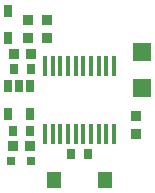
<source format=gtp>
%TF.GenerationSoftware,KiCad,Pcbnew,9.0.0*%
%TF.CreationDate,2025-03-31T12:13:49+01:00*%
%TF.ProjectId,vm_light_sensor_0.2,766d5f6c-6967-4687-945f-73656e736f72,v0.2*%
%TF.SameCoordinates,PX510ff40PY47868c0*%
%TF.FileFunction,Paste,Top*%
%TF.FilePolarity,Positive*%
%FSLAX45Y45*%
G04 Gerber Fmt 4.5, Leading zero omitted, Abs format (unit mm)*
G04 Created by KiCad (PCBNEW 9.0.0) date 2025-03-31 12:13:49*
%MOMM*%
%LPD*%
G01*
G04 APERTURE LIST*
%ADD10R,0.860000X0.810000*%
%ADD11R,0.700000X1.000000*%
%ADD12R,0.800000X0.800000*%
%ADD13R,0.800000X0.900000*%
%ADD14O,0.360000X1.740000*%
%ADD15R,1.230000X1.360000*%
%ADD16R,1.620000X1.490000*%
%ADD17R,0.810000X0.860000*%
%ADD18R,0.750000X1.000000*%
G04 APERTURE END LIST*
D10*
%TO.C,R7*%
X-270000Y525000D03*
X-270000Y675000D03*
%TD*%
D11*
%TO.C,U2*%
X-415000Y120000D03*
X-510000Y120000D03*
X-605000Y120000D03*
X-605000Y-120000D03*
X-415000Y-120000D03*
%TD*%
D12*
%TO.C,D1*%
X-405000Y-520000D03*
X-575000Y-520000D03*
%TD*%
D10*
%TO.C,R6*%
X-430000Y525000D03*
X-430000Y675000D03*
%TD*%
D13*
%TO.C,C3*%
X-420000Y-260000D03*
X-560000Y-260000D03*
%TD*%
D14*
%TO.C,U1*%
X-291000Y-287000D03*
X-226000Y-287000D03*
X-161000Y-287000D03*
X-96000Y-287000D03*
X-30000Y-287000D03*
X35000Y-287000D03*
X100000Y-287000D03*
X165000Y-287000D03*
X230000Y-287000D03*
X295000Y-287000D03*
X295000Y287000D03*
X230000Y287000D03*
X165000Y287000D03*
X100000Y287000D03*
X35000Y287000D03*
X-30000Y287000D03*
X-96000Y287000D03*
X-161000Y287000D03*
X-226000Y287000D03*
X-291000Y287000D03*
%TD*%
D15*
%TO.C,SW1*%
X220000Y-680000D03*
X-216000Y-680000D03*
%TD*%
D16*
%TO.C,Q1*%
X528000Y403000D03*
X528000Y105000D03*
%TD*%
D17*
%TO.C,R5*%
X-405000Y390000D03*
X-555000Y390000D03*
%TD*%
D10*
%TO.C,R2*%
X483290Y-285000D03*
X483290Y-135000D03*
%TD*%
D13*
%TO.C,C1*%
X-70000Y-460000D03*
X70000Y-460000D03*
%TD*%
%TO.C,C2*%
X-410000Y260000D03*
X-550000Y260000D03*
%TD*%
D17*
%TO.C,R1*%
X-415000Y-390000D03*
X-565000Y-390000D03*
%TD*%
D18*
%TO.C,D2*%
X-600000Y757000D03*
X-600000Y523000D03*
%TD*%
M02*

</source>
